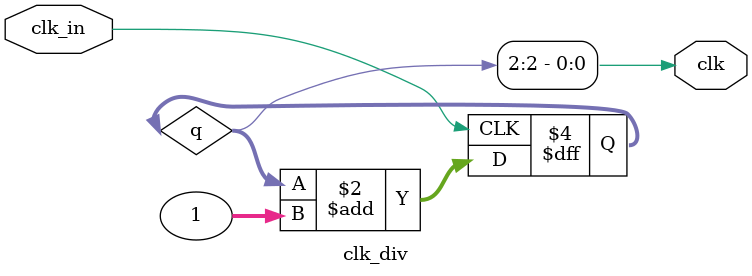
<source format=v>
`timescale 1ns / 1ps


module Pipeline_cpu( input reset,input sysclk,input [15:0] sw,output [7:0] o_seg,output [7:0] o_sel);
wire [31:0] ReadData;
wire [31:0] WriteData;
wire [31:0] MemAddr;
wire MemRead;
wire MemWrite;

wire [31:0] rdata;
wire seg7_cs,switch_cs;
/*************clk****************/
    wire clk;
    clk_div clk_1(sysclk,clk);
    //assign clk = sysclk;
    wire rst;
    assign rst=~reset;
    wire [31:0] pc;
    wire [31:0] instruc;
/************************Core*************************/
    Pipeline_Core sccpu(.clk(clk), .reset(rst), .MemAddr(MemAddr), .WriteData(WriteData), 
    .ReadData(ReadData), .MemWrite(MemWrite), .MemRead(MemRead) );
/***********************Peripheral********************/
    Data_Mem DataMem_1(.reset(rst), .clk(clk), .rd(MemRead), .wr(MemWrite), .addr(MemAddr-32'h10010000), .wdata(WriteData), .rdata(rdata));
    seg7x16 seg7(clk, rst, seg7_cs, WriteData, o_seg, o_sel);
    io_sel io_mem(MemAddr,1,MemWrite, MemRead, seg7_cs, switch_cs);
    sw_mem_sel sw_mem(switch_cs, sw,rdata,  ReadData);
endmodule
module clk_div(
    input clk_in,
    output clk
);

	reg [31:0] q=0;

	always @(posedge clk_in )q <= q + 1;
	
	assign clk = q[2];	//½üËÆÊýÁ¿¼¶µÄÖÜÆÚ

endmodule
</source>
